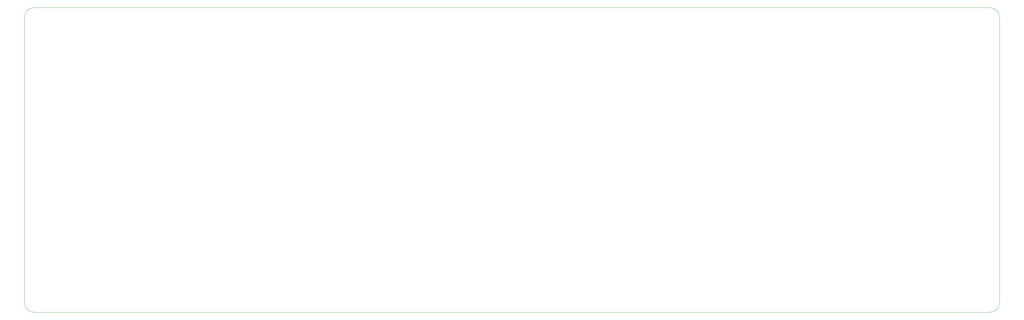
<source format=gm1>
G04 #@! TF.GenerationSoftware,KiCad,Pcbnew,8.0.0*
G04 #@! TF.CreationDate,2025-03-21T19:28:16+07:00*
G04 #@! TF.ProjectId,60Keyboard,36304b65-7962-46f6-9172-642e6b696361,rev?*
G04 #@! TF.SameCoordinates,Original*
G04 #@! TF.FileFunction,Profile,NP*
%FSLAX46Y46*%
G04 Gerber Fmt 4.6, Leading zero omitted, Abs format (unit mm)*
G04 Created by KiCad (PCBNEW 8.0.0) date 2025-03-21 19:28:16*
%MOMM*%
%LPD*%
G01*
G04 APERTURE LIST*
G04 #@! TA.AperFunction,Profile*
%ADD10C,0.050000*%
G04 #@! TD*
G04 APERTURE END LIST*
D10*
X307000000Y-93000000D02*
X307000000Y-3000000D01*
X304000000Y0D02*
G75*
G02*
X307000000Y-3000000I0J-3000000D01*
G01*
X3000000Y-96000000D02*
G75*
G02*
X0Y-93000000I0J3000000D01*
G01*
X307000000Y-93000000D02*
G75*
G02*
X304000000Y-96000000I-3000000J0D01*
G01*
X304000000Y0D02*
X3000000Y0D01*
X3000000Y-96000000D02*
X304000000Y-96000000D01*
X0Y-3000000D02*
G75*
G02*
X3000000Y0I3000000J0D01*
G01*
X0Y-3000000D02*
X0Y-93000000D01*
M02*

</source>
